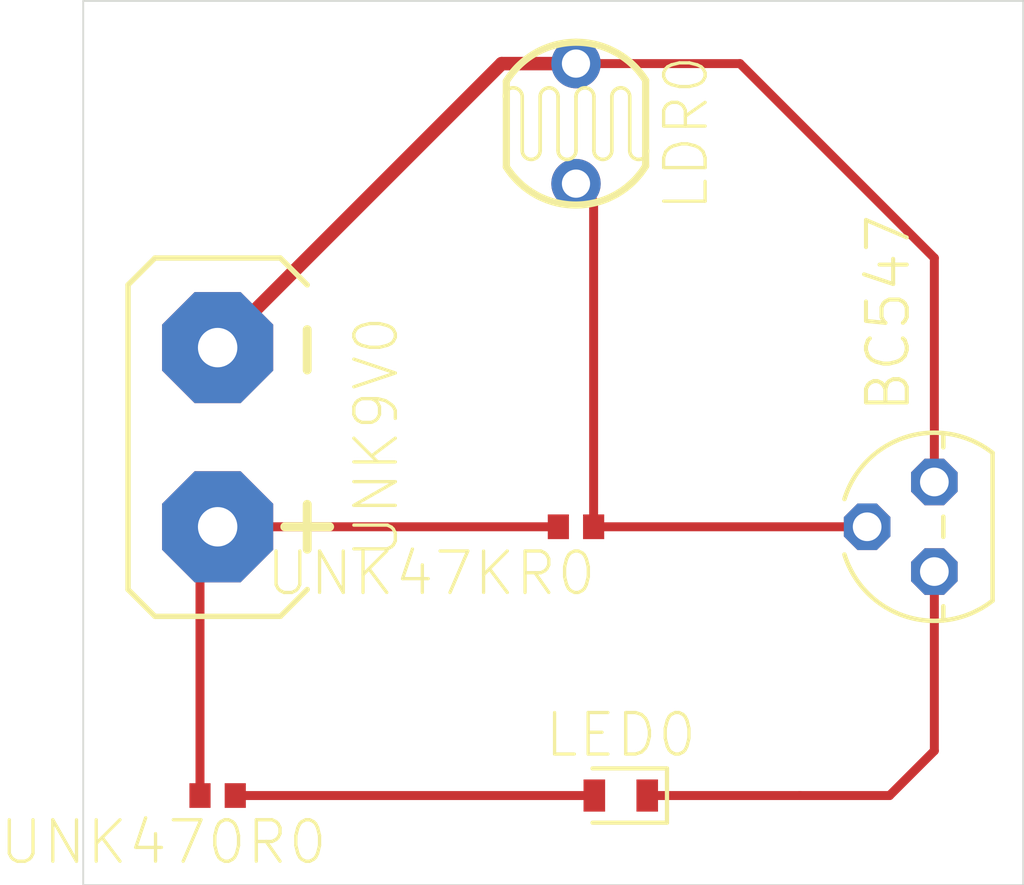
<source format=kicad_pcb>
(kicad_pcb (version 20241229) (generator "pcbnew") (generator_version "9.0")
  (layers (0 "F.Cu" signal) (2 "B.Cu" signal) (13 "F.Paste" user) (15 "B.Paste" user) (5 "F.SilkS" user "F.Silkscreen") (7 "B.SilkS" user "B.Silkscreen") (1 "F.Mask" user) (3 "B.Mask" user) (25 "Edge.Cuts" user))
  (net 0 "")
  (net 1 "N$3")
  (net 2 "N$4")
  (net 3 "N$5")
  (net 4 "N$6")
  (net 5 "N$1")
  (footprint "R0402_334" (layer "F.Cu") (at 149.1461 107.3786 180)
    (property "Reference" "UNK47KR0" (at -0.635 -0.635 0) (layer "F.SilkS") (effects (font (size 1.176528 1.176528) (thickness 0.093472)) (justify right top)))
    (property "Value" "47K" (hide yes))
    (pad "1" smd rect (at -0.5 0 180) (size 0.6 0.7) (layers "F.Cu" "F.Mask" "F.Paste") (net 1 "N$3"))
    (pad "2" smd rect (at 0.5 0 180) (size 0.6 0.7) (layers "F.Cu" "F.Mask" "F.Paste") (net 4 "N$6"))
  )
  (footprint "R0402_334" (layer "F.Cu") (at 138.9861 114.9986 180)
    (property "Reference" "UNK470R0" (at -3.175 -0.635 0) (layer "F.SilkS") (effects (font (size 1.176528 1.176528) (thickness 0.093472)) (justify right top)))
    (property "Value" "470" (hide yes))
    (pad "1" smd rect (at -0.5 0 180) (size 0.6 0.7) (layers "F.Cu" "F.Mask" "F.Paste") (net 3 "N$5"))
    (pad "2" smd rect (at 0.5 0 180) (size 0.6 0.7) (layers "F.Cu" "F.Mask" "F.Paste") (net 4 "N$6"))
  )
  (footprint "GL5528_30890021" (layer "F.Cu") (at 149.1461 95.9486 90)
    (property "Reference" "LDR0" (at -2.54 3.81 90) (layer "F.SilkS") (effects (font (size 1.176528 1.176528) (thickness 0.093472)) (justify left bottom)))
    (property "Value" "PHOTOCELL_GL5528" (hide yes))
    (fp_line (start -1.22555 -1.97485) (end 1.20015 -1.97485) (stroke (width 0.2032)) (layer "F.SilkS"))
    (fp_line (start 0.762 -1.524) (end -0.762 -1.524) (stroke (width 0.1016)) (layer "F.SilkS"))
    (fp_line (start -0.762 -1.016) (end 0.762 -1.016) (stroke (width 0.1016)) (layer "F.SilkS"))
    (fp_line (start 0.762 -0.508) (end -0.762 -0.508) (stroke (width 0.1016)) (layer "F.SilkS"))
    (fp_line (start -0.762 0) (end 0.762 0) (stroke (width 0.1016)) (layer "F.SilkS"))
    (fp_line (start 0.762 0.508) (end -0.762 0.508) (stroke (width 0.1016)) (layer "F.SilkS"))
    (fp_line (start -0.762 1.016) (end 0.762 1.016) (stroke (width 0.1016)) (layer "F.SilkS"))
    (fp_line (start 0.762 1.524) (end -0.762 1.524) (stroke (width 0.1016)) (layer "F.SilkS"))
    (fp_line (start 1.22555 1.97485) (end -1.20015 1.97485) (stroke (width 0.2032)) (layer "F.SilkS"))
    (fp_arc (start 0.762 -2.032) (mid 1.016 -1.778) (end 0.762 -1.524) (stroke (width 0.1016)) (layer "F.SilkS"))
    (fp_arc (start 1.20015 -1.97485) (mid 2.307527 -0.00704) (end 1.22555 1.974849) (stroke (width 0.2032)) (layer "F.SilkS"))
    (fp_arc (start 0.762 -1.016) (mid 1.016 -0.762) (end 0.762 -0.508) (stroke (width 0.1016)) (layer "F.SilkS"))
    (fp_arc (start -0.762 -1.016) (mid -1.016 -1.27) (end -0.762 -1.524) (stroke (width 0.1016)) (layer "F.SilkS"))
    (fp_arc (start 0.762 0) (mid 1.016 0.254) (end 0.762 0.508) (stroke (width 0.1016)) (layer "F.SilkS"))
    (fp_arc (start -0.762 0) (mid -1.016 -0.254) (end -0.762 -0.508) (stroke (width 0.1016)) (layer "F.SilkS"))
    (fp_arc (start 0.762 1.016) (mid 1.016 1.27) (end 0.762 1.524) (stroke (width 0.1016)) (layer "F.SilkS"))
    (fp_arc (start -0.762 1.016) (mid -1.016 0.762) (end -0.762 0.508) (stroke (width 0.1016)) (layer "F.SilkS"))
    (fp_arc (start -1.20015 1.97485) (mid -2.307527 0.00704) (end -1.22555 -1.974849) (stroke (width 0.2032)) (layer "F.SilkS"))
    (fp_arc (start -0.762 2.032) (mid -1.016 1.778) (end -0.762 1.524) (stroke (width 0.1016)) (layer "F.SilkS"))
    (pad "1" thru_hole circle (at -1.7018 0 90) (size 1.4 1.4) (drill 0.8) (layers "*.Cu" "*.Mask") (net 1 "N$3"))
    (pad "2" thru_hole circle (at 1.7018 0 90) (size 1.4 1.4) (drill 0.8) (layers "*.Cu" "*.Mask") (net 5 "N$1"))
  )
  (footprint "BATTERY-GENERIC_30890021" (layer "F.Cu") (at 138.9861 104.8386 -90)
    (property "Reference" "UNK9V0" (at 0 -3.81 90) (layer "F.SilkS") (effects (font (size 1.176528 1.176528) (thickness 0.093472)) (justify top)))
    (property "Value" "BATTERY-9VGENERIC" (hide yes))
    (fp_line (start -4.318 2.54) (end 4.318 2.54) (stroke (width 0.1524)) (layer "F.SilkS"))
    (fp_line (start 4.318 2.54) (end 5.08 1.778) (stroke (width 0.1524)) (layer "F.SilkS"))
    (fp_line (start -5.08 1.778) (end -4.318 2.54) (stroke (width 0.1524)) (layer "F.SilkS"))
    (fp_line (start 5.08 1.778) (end 5.08 -1.778) (stroke (width 0.1524)) (layer "F.SilkS"))
    (fp_line (start -5.08 -1.778) (end -5.08 1.778) (stroke (width 0.1524)) (layer "F.SilkS"))
    (fp_line (start 5.08 -1.778) (end 4.318 -2.54) (stroke (width 0.1524)) (layer "F.SilkS"))
    (fp_line (start 2.54 -1.905) (end 2.54 -3.175) (stroke (width 0.254)) (layer "F.SilkS"))
    (fp_line (start -4.318 -2.54) (end -5.08 -1.778) (stroke (width 0.1524)) (layer "F.SilkS"))
    (fp_line (start -3.048 -2.54) (end -1.905 -2.54) (stroke (width 0.254)) (layer "F.SilkS"))
    (fp_line (start 1.905 -2.54) (end 3.175 -2.54) (stroke (width 0.254)) (layer "F.SilkS"))
    (pad "+" thru_hole roundrect (at 2.54 0 270) (size 3.1496 3.1496) (drill 1.1176) (layers "*.Cu" "*.Mask") (chamfer_ratio 0.2928932188) (chamfer top_left top_right bottom_left bottom_right) (net 4 "N$6"))
    (pad "-" thru_hole roundrect (at -2.54 0 270) (size 3.1496 3.1496) (drill 1.1176) (layers "*.Cu" "*.Mask") (chamfer_ratio 0.2928932188) (chamfer top_left top_right bottom_left bottom_right) (net 5 "N$1"))
  )
  (footprint "TO92_402" (layer "F.Cu") (at 159.3061 107.3786 90)
    (property "Reference" "BC547" (at 3.175 -0.635 90) (layer "F.SilkS") (effects (font (size 1.1557 1.1557) (thickness 0.1143)) (justify left bottom)))
    (property "Value" "BC547" (hide yes))
    (fp_line (start 2.2537 0.254) (end 2.6549 0.254) (stroke (width 0.127)) (layer "F.SilkS"))
    (fp_line (start -0.2863 0.254) (end 0.2863 0.254) (stroke (width 0.127)) (layer "F.SilkS"))
    (fp_line (start -2.6549 0.254) (end -2.2537 0.254) (stroke (width 0.127)) (layer "F.SilkS"))
    (fp_line (start -2.0945 1.651) (end 2.0945 1.651) (stroke (width 0.127)) (layer "F.SilkS"))
    (fp_arc (start 0.7863 -2.5484) (mid 2.546275 -0.793203) (end 2.094499 1.651) (stroke (width 0.127)) (layer "F.SilkS"))
    (fp_arc (start -2.6549 0.254) (mid -2.219001 -1.479566) (end -0.786299 -2.548501) (stroke (width 0.127)) (layer "F.SilkS"))
    (fp_arc (start -2.0946 1.651) (mid -2.475347 0.992847) (end -2.654901 0.254) (stroke (width 0.127)) (layer "F.SilkS"))
    (pad "1" thru_hole roundrect (at 1.27 0 90) (size 1.3208 1.3208) (drill 0.8128) (layers "*.Cu" "*.Mask") (chamfer_ratio 0.2928932188) (chamfer top_left top_right bottom_left bottom_right) (net 5 "N$1"))
    (pad "2" thru_hole roundrect (at 0 -1.905 90) (size 1.3208 1.3208) (drill 0.8128) (layers "*.Cu" "*.Mask") (chamfer_ratio 0.2928932188) (chamfer top_left top_right bottom_left bottom_right) (net 1 "N$3"))
    (pad "3" thru_hole roundrect (at -1.27 0 90) (size 1.3208 1.3208) (drill 0.8128) (layers "*.Cu" "*.Mask") (chamfer_ratio 0.2928932188) (chamfer top_left top_right bottom_left bottom_right) (net 2 "N$4"))
  )
  (footprint "LEDC1608X65N_RND-R_22900745" (layer "F.Cu") (at 150.4161 114.9986 180)
    (property "Reference" "LED0" (at 0 2.4051 0) (layer "F.SilkS") (effects (font (size 1.176528 1.176528) (thickness 0.093472)) (justify top)))
    (property "Value" "CHIP-ROUND-R_0603" (hide yes))
    (fp_line (start -1.3099 0.7699) (end 0.8 0.7699) (stroke (width 0.12)) (layer "F.SilkS"))
    (fp_line (start -1.3099 -0.7699) (end 0.8 -0.7699) (stroke (width 0.12)) (layer "F.SilkS"))
    (fp_line (start -1.3099 -0.7699) (end -1.3099 0.7699) (stroke (width 0.12)) (layer "F.SilkS"))
    (pad "A" smd rect (at 0.75 0 180) (size 0.6118 0.9118) (layers "F.Cu" "F.Mask" "F.Paste") (net 3 "N$5"))
    (pad "C" smd rect (at -0.75 0 180) (size 0.6118 0.9118) (layers "F.Cu" "F.Mask" "F.Paste") (net 2 "N$4"))
  )
  (gr_line (start 161.8261 92.4686) (end 135.1761 92.4686) (stroke (width 0.05)) (layer "Edge.Cuts"))
  (gr_line (start 161.8261 117.5386) (end 161.8261 92.4686) (stroke (width 0.05)) (layer "Edge.Cuts"))
  (gr_line (start 135.1761 92.4686) (end 135.1761 117.5386) (stroke (width 0.05)) (layer "Edge.Cuts"))
  (gr_line (start 135.1761 117.5386) (end 161.8261 117.5386) (stroke (width 0.05)) (layer "Edge.Cuts"))
  (segment (start 149.1461 97.6504) (end 149.6461 98.1504) (width 0.254) (layer "F.Cu") (net 1))
  (segment (start 157.4011 107.3786) (end 149.6461 107.3786) (width 0.254) (layer "F.Cu") (net 1))
  (segment (start 149.6461 98.1504) (end 149.6461 107.3786) (width 0.254) (layer "F.Cu") (net 1))
  (segment (start 158.0361 114.9986) (end 159.3061 113.7286) (width 0.254) (layer "F.Cu") (net 2))
  (segment (start 151.1661 114.9986) (end 155.4961 114.9986) (width 0.254) (layer "F.Cu") (net 2))
  (segment (start 159.3061 113.7286) (end 159.3061 108.6486) (width 0.254) (layer "F.Cu") (net 2))
  (segment (start 155.4961 114.9986) (end 158.0361 114.9986) (width 0.254) (layer "F.Cu") (net 2))
  (segment (start 149.6661 114.9986) (end 139.4861 114.9986) (width 0.254) (layer "F.Cu") (net 3))
  (segment (start 138.9861 107.3786) (end 148.6461 107.3786) (width 0.254) (layer "F.Cu") (net 4))
  (segment (start 138.4861 114.9986) (end 138.4861 107.8786) (width 0.254) (layer "F.Cu") (net 4))
  (segment (start 138.4861 107.8786) (end 138.9861 107.3786) (width 0.254) (layer "F.Cu") (net 4))
  (segment (start 153.7943 94.2468) (end 159.3061 99.7586) (width 0.254) (layer "F.Cu") (net 5))
  (segment (start 159.3061 99.7586) (end 159.3061 106.1086) (width 0.254) (layer "F.Cu") (net 5))
  (segment (start 138.9861 102.2986) (end 147.0379 94.2468) (width 0.381) (layer "F.Cu") (net 5))
  (segment (start 149.1461 94.2468) (end 153.7943 94.2468) (width 0.254) (layer "F.Cu") (net 5))
  (segment (start 147.0379 94.2468) (end 149.1461 94.2468) (width 0.381) (layer "F.Cu") (net 5))
)
</source>
